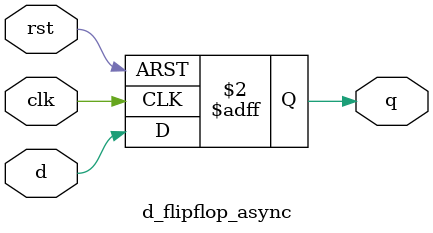
<source format=v>
module d_flipflop_async(
  input d,clk,rst,
  output reg q);
  always@(posedge clk or posedge rst) begin
  
      if (rst)
        q <=0;
      else
        q <= d;
  end
      endmodule

</source>
